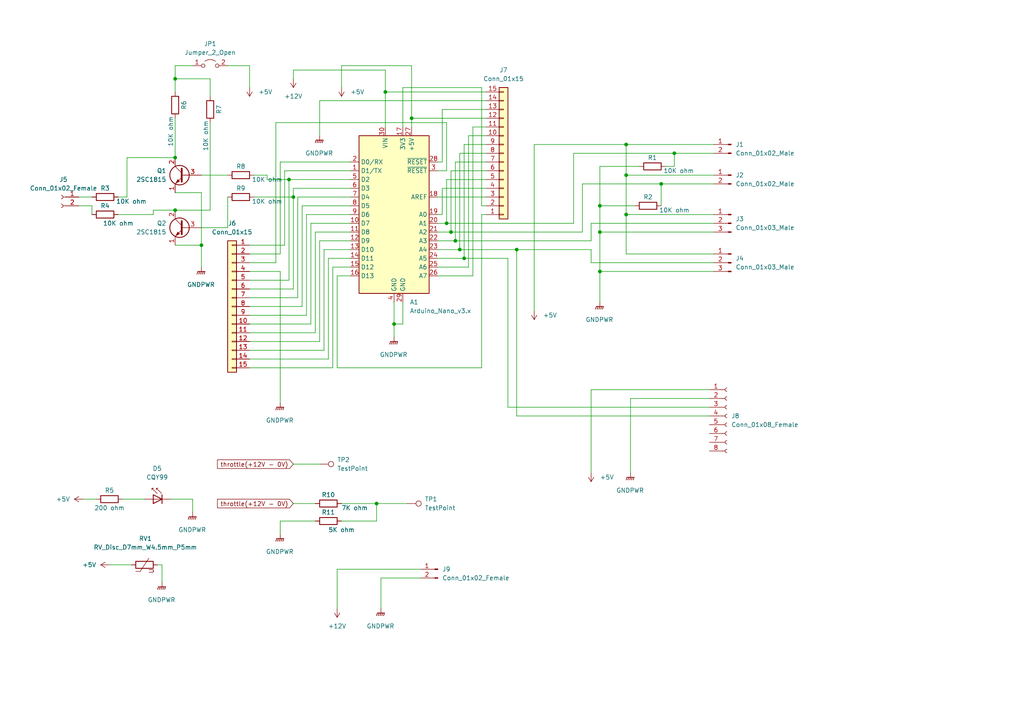
<source format=kicad_sch>
(kicad_sch (version 20211123) (generator eeschema)
  (paper "A4")
  (lib_symbols
    (symbol "Connector:Conn_01x02_Female" (pin_names (offset 1.016) hide)
      (property "Reference" "J" (at 0 2.54 0))
      (property "Value" "Conn_01x02_Female" (at 0 -5.08 0))
      (symbol "Conn_01x02_Female_1_1"
        (arc (start 0 -2.032) (mid -0.508 -2.54) (end 0 -3.048) (stroke (width 0.1524)))
        (polyline (pts (xy -1.27 -2.54) (xy -0.508 -2.54)) (stroke (width 0.1524)))
        (polyline (pts (xy -1.27 0) (xy -0.508 0)) (stroke (width 0.1524)))
        (arc (start 0 0.508) (mid -0.508 0) (end 0 -0.508) (stroke (width 0.1524)))
        (pin passive line (at -5.08 0 0) (length 3.81) (name "Pin_1") (number "1"))
        (pin passive line (at -5.08 -2.54 0) (length 3.81) (name "Pin_2") (number "2"))
      )
    )
    (symbol "Connector:Conn_01x02_Male" (pin_names (offset 1.016) hide)
      (property "Reference" "J" (at 0 2.54 0))
      (property "Value" "Conn_01x02_Male" (at 0 -5.08 0))
      (symbol "Conn_01x02_Male_1_1"
        (polyline (pts (xy 1.27 -2.54) (xy 0.8636 -2.54)) (stroke (width 0.1524)))
        (polyline (pts (xy 1.27 0) (xy 0.8636 0)) (stroke (width 0.1524)))
        (rectangle (start 0.8636 -2.413) (end 0 -2.667) (stroke (width 0.1524)) (fill (type outline)))
        (rectangle (start 0.8636 0.127) (end 0 -0.127) (stroke (width 0.1524)) (fill (type outline)))
        (pin passive line (at 5.08 0 180) (length 3.81) (name "Pin_1") (number "1"))
        (pin passive line (at 5.08 -2.54 180) (length 3.81) (name "Pin_2") (number "2"))
      )
    )
    (symbol "Connector:Conn_01x03_Male" (pin_names (offset 1.016) hide)
      (property "Reference" "J" (at 0 5.08 0))
      (property "Value" "Conn_01x03_Male" (at 0 -5.08 0))
      (symbol "Conn_01x03_Male_1_1"
        (polyline (pts (xy 1.27 -2.54) (xy 0.8636 -2.54)) (stroke (width 0.1524)))
        (polyline (pts (xy 1.27 0) (xy 0.8636 0)) (stroke (width 0.1524)))
        (polyline (pts (xy 1.27 2.54) (xy 0.8636 2.54)) (stroke (width 0.1524)))
        (rectangle (start 0.8636 -2.413) (end 0 -2.667) (stroke (width 0.1524)) (fill (type outline)))
        (rectangle (start 0.8636 0.127) (end 0 -0.127) (stroke (width 0.1524)) (fill (type outline)))
        (rectangle (start 0.8636 2.667) (end 0 2.413) (stroke (width 0.1524)) (fill (type outline)))
        (pin passive line (at 5.08 2.54 180) (length 3.81) (name "Pin_1") (number "1"))
        (pin passive line (at 5.08 0 180) (length 3.81) (name "Pin_2") (number "2"))
        (pin passive line (at 5.08 -2.54 180) (length 3.81) (name "Pin_3") (number "3"))
      )
    )
    (symbol "Connector:Conn_01x08_Female" (pin_names (offset 1.016) hide)
      (property "Reference" "J" (at 0 10.16 0))
      (property "Value" "Conn_01x08_Female" (at 0 -12.7 0))
      (symbol "Conn_01x08_Female_1_1"
        (arc (start 0 -9.652) (mid -0.508 -10.16) (end 0 -10.668) (stroke (width 0.1524)))
        (arc (start 0 -7.112) (mid -0.508 -7.62) (end 0 -8.128) (stroke (width 0.1524)))
        (arc (start 0 -4.572) (mid -0.508 -5.08) (end 0 -5.588) (stroke (width 0.1524)))
        (arc (start 0 -2.032) (mid -0.508 -2.54) (end 0 -3.048) (stroke (width 0.1524)))
        (polyline (pts (xy -1.27 -10.16) (xy -0.508 -10.16)) (stroke (width 0.1524)))
        (polyline (pts (xy -1.27 -7.62) (xy -0.508 -7.62)) (stroke (width 0.1524)))
        (polyline (pts (xy -1.27 -5.08) (xy -0.508 -5.08)) (stroke (width 0.1524)))
        (polyline (pts (xy -1.27 -2.54) (xy -0.508 -2.54)) (stroke (width 0.1524)))
        (polyline (pts (xy -1.27 0) (xy -0.508 0)) (stroke (width 0.1524)))
        (polyline (pts (xy -1.27 2.54) (xy -0.508 2.54)) (stroke (width 0.1524)))
        (polyline (pts (xy -1.27 5.08) (xy -0.508 5.08)) (stroke (width 0.1524)))
        (polyline (pts (xy -1.27 7.62) (xy -0.508 7.62)) (stroke (width 0.1524)))
        (arc (start 0 0.508) (mid -0.508 0) (end 0 -0.508) (stroke (width 0.1524)))
        (arc (start 0 3.048) (mid -0.508 2.54) (end 0 2.032) (stroke (width 0.1524)))
        (arc (start 0 5.588) (mid -0.508 5.08) (end 0 4.572) (stroke (width 0.1524)))
        (arc (start 0 8.128) (mid -0.508 7.62) (end 0 7.112) (stroke (width 0.1524)))
        (pin passive line (at -5.08 7.62 0) (length 3.81) (name "Pin_1") (number "1"))
        (pin passive line (at -5.08 5.08 0) (length 3.81) (name "Pin_2") (number "2"))
        (pin passive line (at -5.08 2.54 0) (length 3.81) (name "Pin_3") (number "3"))
        (pin passive line (at -5.08 0 0) (length 3.81) (name "Pin_4") (number "4"))
        (pin passive line (at -5.08 -2.54 0) (length 3.81) (name "Pin_5") (number "5"))
        (pin passive line (at -5.08 -5.08 0) (length 3.81) (name "Pin_6") (number "6"))
        (pin passive line (at -5.08 -7.62 0) (length 3.81) (name "Pin_7") (number "7"))
        (pin passive line (at -5.08 -10.16 0) (length 3.81) (name "Pin_8") (number "8"))
      )
    )
    (symbol "Connector:TestPoint" (pin_numbers hide) (pin_names (offset 0.762) hide)
      (property "Reference" "TP" (at 0 6.858 0))
      (property "Value" "TestPoint" (at 0 5.08 0))
      (symbol "TestPoint_0_1"
        (circle (center 0 3.302) (radius 0.762))
      )
      (symbol "TestPoint_1_1"
        (pin passive line (at 0 0 90) (length 2.54) (name "1") (number "1"))
      )
    )
    (symbol "Connector_Generic:Conn_01x15" (pin_names (offset 1.016) hide)
      (property "Reference" "J" (at 0 20.32 0))
      (property "Value" "Conn_01x15" (at 0 -20.32 0))
      (symbol "Conn_01x15_1_1"
        (rectangle (start -1.27 -17.653) (end 0 -17.907) (stroke (width 0.1524)))
        (rectangle (start -1.27 -15.113) (end 0 -15.367) (stroke (width 0.1524)))
        (rectangle (start -1.27 -12.573) (end 0 -12.827) (stroke (width 0.1524)))
        (rectangle (start -1.27 -10.033) (end 0 -10.287) (stroke (width 0.1524)))
        (rectangle (start -1.27 -7.493) (end 0 -7.747) (stroke (width 0.1524)))
        (rectangle (start -1.27 -4.953) (end 0 -5.207) (stroke (width 0.1524)))
        (rectangle (start -1.27 -2.413) (end 0 -2.667) (stroke (width 0.1524)))
        (rectangle (start -1.27 0.127) (end 0 -0.127) (stroke (width 0.1524)))
        (rectangle (start -1.27 2.667) (end 0 2.413) (stroke (width 0.1524)))
        (rectangle (start -1.27 5.207) (end 0 4.953) (stroke (width 0.1524)))
        (rectangle (start -1.27 7.747) (end 0 7.493) (stroke (width 0.1524)))
        (rectangle (start -1.27 10.287) (end 0 10.033) (stroke (width 0.1524)))
        (rectangle (start -1.27 12.827) (end 0 12.573) (stroke (width 0.1524)))
        (rectangle (start -1.27 15.367) (end 0 15.113) (stroke (width 0.1524)))
        (rectangle (start -1.27 17.907) (end 0 17.653) (stroke (width 0.1524)))
        (rectangle (start -1.27 19.05) (end 1.27 -19.05) (stroke (width 0.254)) (fill (type background)))
        (pin passive line (at -5.08 17.78 0) (length 3.81) (name "Pin_1") (number "1"))
        (pin passive line (at -5.08 -5.08 0) (length 3.81) (name "Pin_10") (number "10"))
        (pin passive line (at -5.08 -7.62 0) (length 3.81) (name "Pin_11") (number "11"))
        (pin passive line (at -5.08 -10.16 0) (length 3.81) (name "Pin_12") (number "12"))
        (pin passive line (at -5.08 -12.7 0) (length 3.81) (name "Pin_13") (number "13"))
        (pin passive line (at -5.08 -15.24 0) (length 3.81) (name "Pin_14") (number "14"))
        (pin passive line (at -5.08 -17.78 0) (length 3.81) (name "Pin_15") (number "15"))
        (pin passive line (at -5.08 15.24 0) (length 3.81) (name "Pin_2") (number "2"))
        (pin passive line (at -5.08 12.7 0) (length 3.81) (name "Pin_3") (number "3"))
        (pin passive line (at -5.08 10.16 0) (length 3.81) (name "Pin_4") (number "4"))
        (pin passive line (at -5.08 7.62 0) (length 3.81) (name "Pin_5") (number "5"))
        (pin passive line (at -5.08 5.08 0) (length 3.81) (name "Pin_6") (number "6"))
        (pin passive line (at -5.08 2.54 0) (length 3.81) (name "Pin_7") (number "7"))
        (pin passive line (at -5.08 0 0) (length 3.81) (name "Pin_8") (number "8"))
        (pin passive line (at -5.08 -2.54 0) (length 3.81) (name "Pin_9") (number "9"))
      )
    )
    (symbol "Device:R" (pin_numbers hide) (pin_names (offset 0))
      (property "Reference" "R" (at 2.032 0 90))
      (property "Value" "R" (at 0 0 90))
      (symbol "R_0_1"
        (rectangle (start -1.016 -2.54) (end 1.016 2.54) (stroke (width 0.254)))
      )
      (symbol "R_1_1"
        (pin passive line (at 0 3.81 270) (length 1.27) (name "~") (number "1"))
        (pin passive line (at 0 -3.81 90) (length 1.27) (name "~") (number "2"))
      )
    )
    (symbol "Device:Varistor" (pin_numbers hide) (pin_names (offset 0))
      (property "Reference" "RV" (at 3.175 0 90))
      (property "Value" "Varistor" (at -3.175 0 90))
      (symbol "Varistor_0_0"
        (text "U" (at -1.778 -2.032 0) (effects (font (size 1.27 1.27))))
      )
      (symbol "Varistor_0_1"
        (rectangle (start -1.016 -2.54) (end 1.016 2.54) (stroke (width 0.254)))
        (polyline (pts (xy -1.905 2.54) (xy -1.905 1.27) (xy 1.905 -1.27)))
      )
      (symbol "Varistor_1_1"
        (pin passive line (at 0 3.81 270) (length 1.27) (name "~") (number "1"))
        (pin passive line (at 0 -3.81 90) (length 1.27) (name "~") (number "2"))
      )
    )
    (symbol "Jumper:Jumper_2_Open" (pin_names (offset 0) hide)
      (property "Reference" "JP" (at 0 2.794 0))
      (property "Value" "Jumper_2_Open" (at 0 -2.286 0))
      (symbol "Jumper_2_Open_0_0"
        (circle (center -2.032 0) (radius 0.508))
        (circle (center 2.032 0) (radius 0.508))
      )
      (symbol "Jumper_2_Open_0_1"
        (arc (start 1.524 1.27) (mid 0 1.778) (end -1.524 1.27))
      )
      (symbol "Jumper_2_Open_1_1"
        (pin passive line (at -5.08 0 0) (length 2.54) (name "A") (number "1"))
        (pin passive line (at 5.08 0 180) (length 2.54) (name "B") (number "2"))
      )
    )
    (symbol "LED:CQY99" (pin_numbers hide) (pin_names (offset 1.016) hide)
      (property "Reference" "D" (at 0.508 1.778 0))
      (property "Value" "CQY99" (at -1.016 -2.794 0))
      (symbol "CQY99_0_1"
        (polyline (pts (xy -2.54 1.27) (xy -2.54 -1.27)) (stroke (width 0.254)))
        (polyline (pts (xy 0 0) (xy -2.54 0)))
        (polyline (pts (xy 0.381 3.175) (xy -0.127 3.175)))
        (polyline (pts (xy -1.143 1.651) (xy 0.381 3.175) (xy 0.381 2.667)))
        (polyline (pts (xy 0 -1.27) (xy -2.54 0) (xy 0 1.27) (xy 0 -1.27)) (stroke (width 0.254)))
        (polyline (pts (xy -2.413 1.651) (xy -0.889 3.175) (xy -0.889 2.667) (xy -0.889 3.175) (xy -1.397 3.175)))
      )
      (symbol "CQY99_1_1"
        (pin passive line (at -5.08 0 0) (length 2.54) (name "K") (number "1"))
        (pin passive line (at 2.54 0 180) (length 2.54) (name "A") (number "2"))
      )
    )
    (symbol "MCU_Module:Arduino_Nano_v3.x"
      (property "Reference" "A" (at -10.16 23.495 0))
      (property "Value" "Arduino_Nano_v3.x" (at 5.08 -24.13 0))
      (symbol "Arduino_Nano_v3.x_0_1"
        (rectangle (start -10.16 22.86) (end 10.16 -22.86) (stroke (width 0.254)) (fill (type background)))
      )
      (symbol "Arduino_Nano_v3.x_1_1"
        (pin bidirectional line (at -12.7 12.7 0) (length 2.54) (name "D1/TX") (number "1"))
        (pin bidirectional line (at -12.7 -2.54 0) (length 2.54) (name "D7") (number "10"))
        (pin bidirectional line (at -12.7 -5.08 0) (length 2.54) (name "D8") (number "11"))
        (pin bidirectional line (at -12.7 -7.62 0) (length 2.54) (name "D9") (number "12"))
        (pin bidirectional line (at -12.7 -10.16 0) (length 2.54) (name "D10") (number "13"))
        (pin bidirectional line (at -12.7 -12.7 0) (length 2.54) (name "D11") (number "14"))
        (pin bidirectional line (at -12.7 -15.24 0) (length 2.54) (name "D12") (number "15"))
        (pin bidirectional line (at -12.7 -17.78 0) (length 2.54) (name "D13") (number "16"))
        (pin power_out line (at 2.54 25.4 270) (length 2.54) (name "3V3") (number "17"))
        (pin input line (at 12.7 5.08 180) (length 2.54) (name "AREF") (number "18"))
        (pin bidirectional line (at 12.7 0 180) (length 2.54) (name "A0") (number "19"))
        (pin bidirectional line (at -12.7 15.24 0) (length 2.54) (name "D0/RX") (number "2"))
        (pin bidirectional line (at 12.7 -2.54 180) (length 2.54) (name "A1") (number "20"))
        (pin bidirectional line (at 12.7 -5.08 180) (length 2.54) (name "A2") (number "21"))
        (pin bidirectional line (at 12.7 -7.62 180) (length 2.54) (name "A3") (number "22"))
        (pin bidirectional line (at 12.7 -10.16 180) (length 2.54) (name "A4") (number "23"))
        (pin bidirectional line (at 12.7 -12.7 180) (length 2.54) (name "A5") (number "24"))
        (pin bidirectional line (at 12.7 -15.24 180) (length 2.54) (name "A6") (number "25"))
        (pin bidirectional line (at 12.7 -17.78 180) (length 2.54) (name "A7") (number "26"))
        (pin power_out line (at 5.08 25.4 270) (length 2.54) (name "+5V") (number "27"))
        (pin input line (at 12.7 15.24 180) (length 2.54) (name "~{RESET}") (number "28"))
        (pin power_in line (at 2.54 -25.4 90) (length 2.54) (name "GND") (number "29"))
        (pin input line (at 12.7 12.7 180) (length 2.54) (name "~{RESET}") (number "3"))
        (pin power_in line (at -2.54 25.4 270) (length 2.54) (name "VIN") (number "30"))
        (pin power_in line (at 0 -25.4 90) (length 2.54) (name "GND") (number "4"))
        (pin bidirectional line (at -12.7 10.16 0) (length 2.54) (name "D2") (number "5"))
        (pin bidirectional line (at -12.7 7.62 0) (length 2.54) (name "D3") (number "6"))
        (pin bidirectional line (at -12.7 5.08 0) (length 2.54) (name "D4") (number "7"))
        (pin bidirectional line (at -12.7 2.54 0) (length 2.54) (name "D5") (number "8"))
        (pin bidirectional line (at -12.7 0 0) (length 2.54) (name "D6") (number "9"))
      )
    )
    (symbol "Transistor_BJT:2SC1815" (pin_names (offset 0) hide)
      (property "Reference" "Q" (at 5.08 1.905 0))
      (property "Value" "2SC1815" (at 5.08 0 0))
      (symbol "2SC1815_0_1"
        (polyline (pts (xy 0 0) (xy 0.508 0)))
        (polyline (pts (xy 0.635 0.635) (xy 2.54 2.54)))
        (polyline (pts (xy 0.635 -0.635) (xy 2.54 -2.54) (xy 2.54 -2.54)))
        (polyline (pts (xy 0.635 1.905) (xy 0.635 -1.905) (xy 0.635 -1.905)) (stroke (width 0.508)))
        (polyline (pts (xy 1.27 -1.778) (xy 1.778 -1.27) (xy 2.286 -2.286) (xy 1.27 -1.778) (xy 1.27 -1.778)) (fill (type outline)))
        (circle (center 1.27 0) (radius 2.8194) (stroke (width 0.254)))
      )
      (symbol "2SC1815_1_1"
        (pin passive line (at 2.54 -5.08 90) (length 2.54) (name "E") (number "1"))
        (pin passive line (at 2.54 5.08 270) (length 2.54) (name "C") (number "2"))
        (pin input line (at -5.08 0 0) (length 5.08) (name "B") (number "3"))
      )
    )
    (symbol "power:+12V" (power) (pin_names (offset 0))
      (property "Value" "+12V" (at 0 3.556 0))
      (symbol "+12V_0_1"
        (polyline (pts (xy -0.762 1.27) (xy 0 2.54)))
        (polyline (pts (xy 0 0) (xy 0 2.54)))
        (polyline (pts (xy 0 2.54) (xy 0.762 1.27)))
      )
      (symbol "+12V_1_1"
        (pin power_in line (at 0 0 90) (length 0) hide (name "+12V") (number "1"))
      )
    )
    (symbol "power:+5V" (power) (pin_names (offset 0))
      (property "Value" "+5V" (at 0 3.556 0))
      (symbol "+5V_0_1"
        (polyline (pts (xy -0.762 1.27) (xy 0 2.54)))
        (polyline (pts (xy 0 0) (xy 0 2.54)))
        (polyline (pts (xy 0 2.54) (xy 0.762 1.27)))
      )
      (symbol "+5V_1_1"
        (pin power_in line (at 0 0 90) (length 0) hide (name "+5V") (number "1"))
      )
    )
    (symbol "power:GNDPWR" (power) (pin_names (offset 0))
      (property "Value" "GNDPWR" (at 0 -3.302 0))
      (symbol "GNDPWR_0_1"
        (polyline (pts (xy 0 -1.27) (xy 0 0)))
        (polyline (pts (xy -1.016 -1.27) (xy -1.27 -2.032) (xy -1.27 -2.032)) (stroke (width 0.2032)))
        (polyline (pts (xy -0.508 -1.27) (xy -0.762 -2.032) (xy -0.762 -2.032)) (stroke (width 0.2032)))
        (polyline (pts (xy 0 -1.27) (xy -0.254 -2.032) (xy -0.254 -2.032)) (stroke (width 0.2032)))
        (polyline (pts (xy 0.508 -1.27) (xy 0.254 -2.032) (xy 0.254 -2.032)) (stroke (width 0.2032)))
        (polyline (pts (xy 1.016 -1.27) (xy -1.016 -1.27) (xy -1.016 -1.27)) (stroke (width 0.2032)))
        (polyline (pts (xy 1.016 -1.27) (xy 0.762 -2.032) (xy 0.762 -2.032) (xy 0.762 -2.032)) (stroke (width 0.2032)))
      )
      (symbol "GNDPWR_1_1"
        (pin power_in line (at 0 0 270) (length 0) hide (name "GNDPWR") (number "1"))
      )
    )
  )
  (junction (at 130.81 67.31))
  (junction (at 109.22 146.05))
  (junction (at 85.09 57.15))
  (junction (at 191.77 53.34))
  (junction (at 173.99 59.69))
  (junction (at 50.8 22.86))
  (junction (at 58.42 71.12))
  (junction (at 173.99 78.74))
  (junction (at 149.86 72.39))
  (junction (at 195.58 44.45))
  (junction (at 132.08 69.85))
  (junction (at 181.61 41.91))
  (junction (at 83.82 52.07))
  (junction (at 111.76 26.67))
  (junction (at 133.35 72.39))
  (junction (at 173.99 67.31))
  (junction (at 114.3 93.98))
  (junction (at 129.54 64.77))
  (junction (at 181.61 50.8))
  (junction (at 134.62 74.93))
  (junction (at 50.8 45.72))
  (junction (at 181.61 62.23))
  (junction (at 119.38 34.29))
  (junction (at 50.8 60.96))
  (wire (pts (xy 72.39 78.74) (xy 81.28 78.74)))
  (wire (pts (xy 81.28 78.74) (xy 81.28 116.84)))
  (wire (pts (xy 81.28 73.66) (xy 81.28 46.99)))
  (wire (pts (xy 154.94 41.91) (xy 154.94 90.17)))
  (wire (pts (xy 128.27 62.23) (xy 127 62.23)))
  (wire (pts (xy 129.54 64.77) (xy 166.37 64.77)))
  (wire (pts (xy 207.01 67.31) (xy 173.99 67.31)))
  (wire (pts (xy 139.7 62.23) (xy 140.97 62.23)))
  (wire (pts (xy 45.72 163.83) (xy 46.99 163.83)))
  (wire (pts (xy 91.44 151.13) (xy 81.28 151.13)))
  (wire (pts (xy 119.38 34.29) (xy 140.97 34.29)))
  (wire (pts (xy 110.49 176.53) (xy 110.49 167.64)))
  (wire (pts (xy 116.84 25.4) (xy 139.7 25.4)))
  (wire (pts (xy 55.88 144.78) (xy 55.88 148.59)))
  (wire (pts (xy 85.09 54.61) (xy 101.6 54.61)))
  (wire (pts (xy 195.58 44.45) (xy 166.37 44.45)))
  (wire (pts (xy 109.22 146.05) (xy 99.06 146.05)))
  (wire (pts (xy 85.09 83.82) (xy 72.39 83.82)))
  (wire (pts (xy 139.7 59.69) (xy 140.97 59.69)))
  (wire (pts (xy 66.04 19.05) (xy 72.39 19.05)))
  (wire (pts (xy 207.01 62.23) (xy 181.61 62.23)))
  (wire (pts (xy 101.6 80.01) (xy 97.79 80.01)))
  (wire (pts (xy 114.3 97.79) (xy 114.3 93.98)))
  (wire (pts (xy 77.47 50.8) (xy 77.47 52.07)))
  (wire (pts (xy 36.83 45.72) (xy 50.8 45.72)))
  (wire (pts (xy 99.06 19.05) (xy 119.38 19.05)))
  (wire (pts (xy 85.09 54.61) (xy 85.09 57.15)))
  (wire (pts (xy 83.82 52.07) (xy 101.6 52.07)))
  (wire (pts (xy 82.55 71.12) (xy 72.39 71.12)))
  (wire (pts (xy 181.61 62.23) (xy 181.61 50.8)))
  (wire (pts (xy 91.44 67.31) (xy 91.44 96.52)))
  (wire (pts (xy 50.8 71.12) (xy 58.42 71.12)))
  (wire (pts (xy 119.38 19.05) (xy 119.38 34.29)))
  (wire (pts (xy 205.74 120.65) (xy 149.86 120.65)))
  (wire (pts (xy 114.3 93.98) (xy 116.84 93.98)))
  (wire (pts (xy 60.96 60.96) (xy 50.8 60.96)))
  (wire (pts (xy 87.63 88.9) (xy 72.39 88.9)))
  (wire (pts (xy 88.9 62.23) (xy 88.9 91.44)))
  (wire (pts (xy 66.04 57.15) (xy 66.04 66.04)))
  (wire (pts (xy 135.89 39.37) (xy 140.97 39.37)))
  (wire (pts (xy 128.27 31.75) (xy 128.27 46.99)))
  (wire (pts (xy 134.62 74.93) (xy 134.62 41.91)))
  (wire (pts (xy 110.49 167.64) (xy 121.92 167.64)))
  (wire (pts (xy 50.8 34.29) (xy 50.8 45.72)))
  (wire (pts (xy 129.54 64.77) (xy 129.54 52.07)))
  (wire (pts (xy 128.27 46.99) (xy 127 46.99)))
  (wire (pts (xy 127 67.31) (xy 130.81 67.31)))
  (wire (pts (xy 114.3 93.98) (xy 114.3 87.63)))
  (wire (pts (xy 101.6 59.69) (xy 87.63 59.69)))
  (wire (pts (xy 171.45 113.03) (xy 171.45 137.16)))
  (wire (pts (xy 127 57.15) (xy 140.97 57.15)))
  (wire (pts (xy 101.6 49.53) (xy 82.55 49.53)))
  (wire (pts (xy 85.09 57.15) (xy 85.09 83.82)))
  (wire (pts (xy 205.74 115.57) (xy 182.88 115.57)))
  (wire (pts (xy 101.6 64.77) (xy 90.17 64.77)))
  (wire (pts (xy 101.6 72.39) (xy 93.98 72.39)))
  (wire (pts (xy 96.52 106.68) (xy 72.39 106.68)))
  (wire (pts (xy 116.84 87.63) (xy 116.84 93.98)))
  (wire (pts (xy 72.39 76.2) (xy 80.01 76.2)))
  (wire (pts (xy 83.82 81.28) (xy 72.39 81.28)))
  (wire (pts (xy 137.16 36.83) (xy 140.97 36.83)))
  (wire (pts (xy 81.28 46.99) (xy 101.6 46.99)))
  (wire (pts (xy 97.79 106.68) (xy 139.7 106.68)))
  (wire (pts (xy 135.89 77.47) (xy 135.89 39.37)))
  (wire (pts (xy 127 72.39) (xy 133.35 72.39)))
  (wire (pts (xy 140.97 54.61) (xy 128.27 54.61)))
  (wire (pts (xy 82.55 49.53) (xy 82.55 71.12)))
  (wire (pts (xy 173.99 59.69) (xy 173.99 67.31)))
  (wire (pts (xy 50.8 26.67) (xy 50.8 22.86)))
  (wire (pts (xy 85.09 146.05) (xy 91.44 146.05)))
  (wire (pts (xy 139.7 25.4) (xy 139.7 59.69)))
  (wire (pts (xy 127 64.77) (xy 129.54 64.77)))
  (wire (pts (xy 109.22 146.05) (xy 118.11 146.05)))
  (wire (pts (xy 73.66 50.8) (xy 77.47 50.8)))
  (wire (pts (xy 72.39 19.05) (xy 72.39 25.4)))
  (wire (pts (xy 36.83 57.15) (xy 36.83 45.72)))
  (wire (pts (xy 111.76 26.67) (xy 140.97 26.67)))
  (wire (pts (xy 149.86 72.39) (xy 171.45 72.39)))
  (wire (pts (xy 168.91 67.31) (xy 168.91 53.34)))
  (wire (pts (xy 205.74 118.11) (xy 147.32 118.11)))
  (wire (pts (xy 58.42 50.8) (xy 66.04 50.8)))
  (wire (pts (xy 50.8 22.86) (xy 60.96 22.86)))
  (wire (pts (xy 139.7 106.68) (xy 139.7 62.23)))
  (wire (pts (xy 22.86 59.69) (xy 26.67 59.69)))
  (wire (pts (xy 83.82 52.07) (xy 83.82 81.28)))
  (wire (pts (xy 90.17 64.77) (xy 90.17 93.98)))
  (wire (pts (xy 129.54 35.56) (xy 129.54 49.53)))
  (wire (pts (xy 133.35 72.39) (xy 133.35 44.45)))
  (wire (pts (xy 154.94 41.91) (xy 181.61 41.91)))
  (wire (pts (xy 128.27 54.61) (xy 128.27 62.23)))
  (wire (pts (xy 182.88 115.57) (xy 182.88 137.16)))
  (wire (pts (xy 81.28 151.13) (xy 81.28 154.94)))
  (wire (pts (xy 50.8 19.05) (xy 50.8 22.86)))
  (wire (pts (xy 58.42 55.88) (xy 58.42 71.12)))
  (wire (pts (xy 134.62 41.91) (xy 140.97 41.91)))
  (wire (pts (xy 173.99 78.74) (xy 207.01 78.74)))
  (wire (pts (xy 171.45 76.2) (xy 207.01 76.2)))
  (wire (pts (xy 171.45 64.77) (xy 171.45 69.85)))
  (wire (pts (xy 166.37 44.45) (xy 166.37 64.77)))
  (wire (pts (xy 58.42 77.47) (xy 58.42 71.12)))
  (wire (pts (xy 132.08 69.85) (xy 132.08 46.99)))
  (wire (pts (xy 134.62 74.93) (xy 147.32 74.93)))
  (wire (pts (xy 55.88 144.78) (xy 49.53 144.78)))
  (wire (pts (xy 101.6 77.47) (xy 96.52 77.47)))
  (wire (pts (xy 88.9 91.44) (xy 72.39 91.44)))
  (wire (pts (xy 173.99 48.26) (xy 173.99 59.69)))
  (wire (pts (xy 129.54 49.53) (xy 127 49.53)))
  (wire (pts (xy 111.76 36.83) (xy 111.76 26.67)))
  (wire (pts (xy 31.75 163.83) (xy 38.1 163.83)))
  (wire (pts (xy 92.71 69.85) (xy 92.71 99.06)))
  (wire (pts (xy 101.6 67.31) (xy 91.44 67.31)))
  (wire (pts (xy 90.17 93.98) (xy 72.39 93.98)))
  (wire (pts (xy 130.81 67.31) (xy 168.91 67.31)))
  (wire (pts (xy 191.77 53.34) (xy 207.01 53.34)))
  (wire (pts (xy 91.44 96.52) (xy 72.39 96.52)))
  (wire (pts (xy 77.47 52.07) (xy 83.82 52.07)))
  (wire (pts (xy 95.25 74.93) (xy 95.25 104.14)))
  (wire (pts (xy 130.81 67.31) (xy 130.81 49.53)))
  (wire (pts (xy 101.6 69.85) (xy 92.71 69.85)))
  (wire (pts (xy 191.77 53.34) (xy 191.77 59.69)))
  (wire (pts (xy 140.97 31.75) (xy 128.27 31.75)))
  (wire (pts (xy 26.67 59.69) (xy 26.67 62.23)))
  (wire (pts (xy 22.86 57.15) (xy 26.67 57.15)))
  (wire (pts (xy 137.16 80.01) (xy 137.16 36.83)))
  (wire (pts (xy 96.52 77.47) (xy 96.52 106.68)))
  (wire (pts (xy 101.6 74.93) (xy 95.25 74.93)))
  (wire (pts (xy 207.01 41.91) (xy 181.61 41.91)))
  (wire (pts (xy 181.61 41.91) (xy 181.61 50.8)))
  (wire (pts (xy 207.01 44.45) (xy 195.58 44.45)))
  (wire (pts (xy 207.01 50.8) (xy 181.61 50.8)))
  (wire (pts (xy 34.29 62.23) (xy 44.45 62.23)))
  (wire (pts (xy 132.08 69.85) (xy 127 69.85)))
  (wire (pts (xy 119.38 34.29) (xy 119.38 36.83)))
  (wire (pts (xy 60.96 22.86) (xy 60.96 27.94)))
  (wire (pts (xy 171.45 69.85) (xy 132.08 69.85)))
  (wire (pts (xy 171.45 72.39) (xy 171.45 76.2)))
  (wire (pts (xy 99.06 19.05) (xy 99.06 25.4)))
  (wire (pts (xy 72.39 73.66) (xy 81.28 73.66)))
  (wire (pts (xy 46.99 163.83) (xy 46.99 168.91)))
  (wire (pts (xy 92.71 29.21) (xy 140.97 29.21)))
  (wire (pts (xy 147.32 118.11) (xy 147.32 74.93)))
  (wire (pts (xy 127 77.47) (xy 135.89 77.47)))
  (wire (pts (xy 85.09 20.32) (xy 85.09 22.86)))
  (wire (pts (xy 133.35 72.39) (xy 149.86 72.39)))
  (wire (pts (xy 24.13 144.78) (xy 27.94 144.78)))
  (wire (pts (xy 111.76 20.32) (xy 85.09 20.32)))
  (wire (pts (xy 173.99 67.31) (xy 173.99 78.74)))
  (wire (pts (xy 87.63 59.69) (xy 87.63 88.9)))
  (wire (pts (xy 109.22 151.13) (xy 109.22 146.05)))
  (wire (pts (xy 195.58 48.26) (xy 195.58 44.45)))
  (wire (pts (xy 99.06 151.13) (xy 109.22 151.13)))
  (wire (pts (xy 205.74 113.03) (xy 171.45 113.03)))
  (wire (pts (xy 73.66 57.15) (xy 85.09 57.15)))
  (wire (pts (xy 92.71 99.06) (xy 72.39 99.06)))
  (wire (pts (xy 92.71 29.21) (xy 92.71 39.37)))
  (wire (pts (xy 207.01 73.66) (xy 181.61 73.66)))
  (wire (pts (xy 80.01 35.56) (xy 129.54 35.56)))
  (wire (pts (xy 55.88 19.05) (xy 50.8 19.05)))
  (wire (pts (xy 93.98 101.6) (xy 72.39 101.6)))
  (wire (pts (xy 86.36 57.15) (xy 86.36 86.36)))
  (wire (pts (xy 173.99 87.63) (xy 173.99 78.74)))
  (wire (pts (xy 34.29 57.15) (xy 36.83 57.15)))
  (wire (pts (xy 97.79 176.53) (xy 97.79 165.1)))
  (wire (pts (xy 97.79 80.01) (xy 97.79 106.68)))
  (wire (pts (xy 193.04 48.26) (xy 195.58 48.26)))
  (wire (pts (xy 111.76 26.67) (xy 111.76 20.32)))
  (wire (pts (xy 44.45 62.23) (xy 44.45 60.96)))
  (wire (pts (xy 97.79 165.1) (xy 121.92 165.1)))
  (wire (pts (xy 168.91 53.34) (xy 191.77 53.34)))
  (wire (pts (xy 149.86 120.65) (xy 149.86 72.39)))
  (wire (pts (xy 185.42 48.26) (xy 173.99 48.26)))
  (wire (pts (xy 60.96 35.56) (xy 60.96 60.96)))
  (wire (pts (xy 35.56 144.78) (xy 41.91 144.78)))
  (wire (pts (xy 95.25 104.14) (xy 72.39 104.14)))
  (wire (pts (xy 116.84 36.83) (xy 116.84 25.4)))
  (wire (pts (xy 132.08 46.99) (xy 140.97 46.99)))
  (wire (pts (xy 80.01 76.2) (xy 80.01 35.56)))
  (wire (pts (xy 181.61 73.66) (xy 181.61 62.23)))
  (wire (pts (xy 44.45 60.96) (xy 50.8 60.96)))
  (wire (pts (xy 85.09 134.62) (xy 92.71 134.62)))
  (wire (pts (xy 93.98 72.39) (xy 93.98 101.6)))
  (wire (pts (xy 127 80.01) (xy 137.16 80.01)))
  (wire (pts (xy 129.54 52.07) (xy 140.97 52.07)))
  (wire (pts (xy 101.6 62.23) (xy 88.9 62.23)))
  (wire (pts (xy 86.36 86.36) (xy 72.39 86.36)))
  (wire (pts (xy 127 74.93) (xy 134.62 74.93)))
  (wire (pts (xy 58.42 66.04) (xy 66.04 66.04)))
  (wire (pts (xy 133.35 44.45) (xy 140.97 44.45)))
  (wire (pts (xy 130.81 49.53) (xy 140.97 49.53)))
  (wire (pts (xy 101.6 57.15) (xy 86.36 57.15)))
  (wire (pts (xy 207.01 64.77) (xy 171.45 64.77)))
  (wire (pts (xy 58.42 55.88) (xy 50.8 55.88)))
  (wire (pts (xy 173.99 59.69) (xy 184.15 59.69)))
  (global_label "throttle(+12V - 0V)" (shape input) (at 85.09 134.62 180) (property "Intersheet References" "${INTERSHEET_REFS}" (effects hide)))
  (global_label "throttle(+12V - 0V)" (shape input) (at 85.09 146.05 180) (property "Intersheet References" "${INTERSHEET_REFS}" (effects hide)))
  (symbol (lib_id "power:GNDPWR") (at 92.71 39.37 0) (unit 1)
    (property "Reference" "#PWR0113" (effects hide))
    (property "Value" "GNDPWR" (at 92.583 44.45 0))
  )
  (symbol (lib_id "Device:R") (at 30.48 62.23 270) (unit 1)
    (property "Reference" "R4" (at 30.48 59.69 90))
    (property "Value" "10K ohm" (at 34.29 64.77 90))
    (property "Footprint" "Resistor_THT:R_Axial_DIN0204_L3.6mm_D1.6mm_P7.62mm_Horizontal" (effects hide))
  )
  (symbol (lib_id "Connector:Conn_01x02_Male") (at 212.09 50.8 0) (mirror y) (unit 1)
    (property "Reference" "J2" (at 213.36 50.7999 0) (effects (justify right)))
    (property "Value" "Conn_01x02_Male" (at 213.36 53.3399 0) (effects (justify right)))
    (property "Footprint" "Connector_Molex:Molex_SPOX_5268-02A_1x02_P2.50mm_Horizontal" (effects hide))
  )
  (symbol (lib_id "Device:R") (at 31.75 144.78 270) (unit 1)
    (property "Reference" "R5" (at 31.75 142.24 90))
    (property "Value" "200 ohm" (at 31.75 147.32 90))
    (property "Footprint" "Resistor_THT:R_Axial_DIN0204_L3.6mm_D1.6mm_P7.62mm_Horizontal" (effects hide))
  )
  (symbol (lib_id "power:+12V") (at 97.79 176.53 0) (mirror x) (unit 1)
    (property "Reference" "#PWR0117" (effects hide))
    (property "Value" "+12V" (at 97.79 181.61 0))
  )
  (symbol (lib_id "power:GNDPWR") (at 58.42 77.47 0) (unit 1)
    (property "Reference" "#PWR0101" (effects hide))
    (property "Value" "GNDPWR" (at 58.293 82.55 0))
  )
  (symbol (lib_id "Connector:TestPoint") (at 118.11 146.05 270) (unit 1)
    (property "Reference" "TP1" (at 123.19 144.7799 90) (effects (justify left)))
    (property "Value" "TestPoint" (at 123.19 147.3199 90) (effects (justify left)))
    (property "Footprint" "MountingHole:MountingHole_2.2mm_M2_DIN965_Pad" (effects hide))
  )
  (symbol (lib_id "power:+5V") (at 31.75 163.83 90) (unit 1)
    (property "Reference" "#PWR0103" (effects hide))
    (property "Value" "+5V" (at 27.94 163.8299 90) (effects (justify left)))
  )
  (symbol (lib_id "Device:R") (at 95.25 146.05 270) (unit 1)
    (property "Reference" "R10" (at 95.25 143.51 90))
    (property "Value" "7K ohm" (at 102.87 147.32 90))
    (property "Footprint" "Resistor_THT:R_Axial_DIN0204_L3.6mm_D1.6mm_P7.62mm_Horizontal" (effects hide))
  )
  (symbol (lib_id "power:GNDPWR") (at 173.99 87.63 0) (unit 1)
    (property "Reference" "#PWR0109" (effects hide))
    (property "Value" "GNDPWR" (at 173.863 92.71 0))
  )
  (symbol (lib_id "power:+12V") (at 85.09 22.86 0) (mirror x) (unit 1)
    (property "Reference" "#PWR0116" (effects hide))
    (property "Value" "+12V" (at 85.09 27.94 0))
  )
  (symbol (lib_id "Connector:TestPoint") (at 92.71 134.62 270) (unit 1)
    (property "Reference" "TP2" (at 97.79 133.3499 90) (effects (justify left)))
    (property "Value" "TestPoint" (at 97.79 135.8899 90) (effects (justify left)))
    (property "Footprint" "MountingHole:MountingHole_2.2mm_M2_DIN965_Pad" (effects hide))
  )
  (symbol (lib_id "power:GNDPWR") (at 55.88 148.59 0) (unit 1)
    (property "Reference" "#PWR0112" (effects hide))
    (property "Value" "GNDPWR" (at 55.753 153.67 0))
  )
  (symbol (lib_id "Connector:Conn_01x03_Male") (at 212.09 64.77 0) (mirror y) (unit 1)
    (property "Reference" "J3" (at 213.36 63.4999 0) (effects (justify right)))
    (property "Value" "Conn_01x03_Male" (at 213.36 66.0399 0) (effects (justify right)))
    (property "Footprint" "Connector_Molex:Molex_SPOX_5268-03A_1x03_P2.50mm_Horizontal" (effects hide))
  )
  (symbol (lib_id "power:+5V") (at 99.06 25.4 180) (unit 1)
    (property "Reference" "#PWR0106" (effects hide))
    (property "Value" "+5V" (at 101.6 26.6699 0) (effects (justify right)))
  )
  (symbol (lib_id "power:GNDPWR") (at 114.3 97.79 0) (unit 1)
    (property "Reference" "#PWR0105" (effects hide))
    (property "Value" "GNDPWR" (at 114.173 102.87 0))
  )
  (symbol (lib_id "Jumper:Jumper_2_Open") (at 60.96 19.05 0) (unit 1)
    (property "Reference" "JP1" (at 60.96 12.7 0))
    (property "Value" "Jumper_2_Open" (at 60.96 15.24 0))
    (property "Footprint" "Connector_PinHeader_2.54mm:PinHeader_1x02_P2.54mm_Vertical" (effects hide))
  )
  (symbol (lib_id "Device:R") (at 30.48 57.15 270) (unit 1)
    (property "Reference" "R3" (at 30.48 54.61 90))
    (property "Value" "10K ohm" (at 38.1 58.42 90))
    (property "Footprint" "Resistor_THT:R_Axial_DIN0204_L3.6mm_D1.6mm_P7.62mm_Horizontal" (effects hide))
  )
  (symbol (lib_id "LED:CQY99") (at 44.45 144.78 0) (mirror y) (unit 1)
    (property "Reference" "D5" (at 45.593 135.89 0))
    (property "Value" "CQY99" (at 45.593 138.43 0))
    (property "Footprint" "LED_THT:LED_D5.0mm_IRGrey" (effects hide))
    (property "Datasheet" "https://www.prtice.info/IMG/pdf/CQY99.pdf" (effects hide))
  )
  (symbol (lib_id "Connector_Generic:Conn_01x15") (at 67.31 88.9 0) (mirror y) (unit 1)
    (property "Reference" "J6" (at 67.31 64.77 0))
    (property "Value" "Conn_01x15" (at 67.31 67.31 0))
    (property "Footprint" "Connector_PinSocket_2.54mm:PinSocket_1x15_P2.54mm_Vertical" (effects hide))
  )
  (symbol (lib_id "power:GNDPWR") (at 182.88 137.16 0) (unit 1)
    (property "Reference" "#PWR0108" (effects hide))
    (property "Value" "GNDPWR" (at 182.753 142.24 0))
  )
  (symbol (lib_id "Device:R") (at 60.96 31.75 180) (unit 1)
    (property "Reference" "R7" (at 63.5 31.75 90))
    (property "Value" "10K ohm" (at 59.69 39.37 90))
    (property "Footprint" "Resistor_THT:R_Axial_DIN0204_L3.6mm_D1.6mm_P7.62mm_Horizontal" (effects hide))
  )
  (symbol (lib_id "Device:Varistor") (at 41.91 163.83 90) (unit 1)
    (property "Reference" "RV1" (at 42.1632 156.21 90))
    (property "Value" "RV_Disc_D7mm_W4.5mm_P5mm" (at 42.1632 158.75 90))
    (property "Footprint" "Varistor:RV_Disc_D7mm_W4.5mm_P5mm" (effects hide))
  )
  (symbol (lib_id "power:+5V") (at 72.39 25.4 180) (unit 1)
    (property "Reference" "#PWR0111" (effects hide))
    (property "Value" "+5V" (at 74.93 26.6699 0) (effects (justify right)))
  )
  (symbol (lib_id "Connector:Conn_01x03_Male") (at 212.09 76.2 0) (mirror y) (unit 1)
    (property "Reference" "J4" (at 213.36 74.9299 0) (effects (justify right)))
    (property "Value" "Conn_01x03_Male" (at 213.36 77.4699 0) (effects (justify right)))
    (property "Footprint" "Connector_Molex:Molex_SPOX_5268-03A_1x03_P2.50mm_Horizontal" (effects hide))
  )
  (symbol (lib_id "Device:R") (at 95.25 151.13 270) (unit 1)
    (property "Reference" "R11" (at 95.25 148.59 90))
    (property "Value" "5K ohm" (at 99.06 153.67 90))
    (property "Footprint" "Resistor_THT:R_Axial_DIN0204_L3.6mm_D1.6mm_P7.62mm_Horizontal" (effects hide))
  )
  (symbol (lib_id "Transistor_BJT:2SC1815") (at 53.34 50.8 0) (mirror y) (unit 1)
    (property "Reference" "Q1" (at 48.26 49.5299 0) (effects (justify left)))
    (property "Value" "2SC1815" (at 48.26 52.0699 0) (effects (justify left)))
    (property "Footprint" "Package_TO_SOT_THT:TO-92_Inline" (effects hide))
    (property "Datasheet" "https://media.digikey.com/pdf/Data%20Sheets/Toshiba%20PDFs/2SC1815.pdf" (effects hide))
  )
  (symbol (lib_id "Device:R") (at 187.96 59.69 270) (unit 1)
    (property "Reference" "R2" (at 187.96 57.15 90))
    (property "Value" "10K ohm" (at 195.58 60.96 90))
    (property "Footprint" "Resistor_THT:R_Axial_DIN0204_L3.6mm_D1.6mm_P7.62mm_Horizontal" (effects hide))
  )
  (symbol (lib_id "Device:R") (at 189.23 48.26 270) (unit 1)
    (property "Reference" "R1" (at 189.23 45.72 90))
    (property "Value" "10K ohm" (at 196.85 49.53 90))
    (property "Footprint" "Resistor_THT:R_Axial_DIN0204_L3.6mm_D1.6mm_P7.62mm_Horizontal" (effects hide))
  )
  (symbol (lib_id "Connector:Conn_01x08_Female") (at 210.82 120.65 0) (unit 1)
    (property "Reference" "J8" (at 212.09 120.6499 0) (effects (justify left)))
    (property "Value" "Conn_01x08_Female" (at 212.09 123.1899 0) (effects (justify left)))
    (property "Footprint" "Connector_JST:JST_XH_B8B-XH-A_1x08_P2.50mm_Vertical" (effects hide))
  )
  (symbol (lib_id "Transistor_BJT:2SC1815") (at 53.34 66.04 0) (mirror y) (unit 1)
    (property "Reference" "Q2" (at 48.26 64.7699 0) (effects (justify left)))
    (property "Value" "2SC1815" (at 48.26 67.3099 0) (effects (justify left)))
    (property "Footprint" "Package_TO_SOT_THT:TO-92_Inline" (effects hide))
    (property "Datasheet" "https://media.digikey.com/pdf/Data%20Sheets/Toshiba%20PDFs/2SC1815.pdf" (effects hide))
  )
  (symbol (lib_id "power:+5V") (at 24.13 144.78 90) (unit 1)
    (property "Reference" "#PWR0102" (effects hide))
    (property "Value" "+5V" (at 20.32 144.7799 90) (effects (justify left)))
  )
  (symbol (lib_id "MCU_Module:Arduino_Nano_v3.x") (at 114.3 62.23 0) (unit 1)
    (property "Reference" "A1" (at 118.8594 87.63 0) (effects (justify left)))
    (property "Value" "Arduino_Nano_v3.x" (at 118.8594 90.17 0) (effects (justify left)))
    (property "Footprint" "Module:Arduino_Nano" (effects hide))
    (property "Datasheet" "http://www.mouser.com/pdfdocs/Gravitech_Arduino_Nano3_0.pdf" (effects hide))
  )
  (symbol (lib_id "power:GNDPWR") (at 81.28 116.84 0) (unit 1)
    (property "Reference" "#PWR0114" (effects hide))
    (property "Value" "GNDPWR" (at 81.153 121.92 0))
  )
  (symbol (lib_id "power:GNDPWR") (at 110.49 176.53 0) (unit 1)
    (property "Reference" "#PWR0118" (effects hide))
    (property "Value" "GNDPWR" (at 110.363 181.61 0))
  )
  (symbol (lib_id "power:+5V") (at 154.94 90.17 180) (unit 1)
    (property "Reference" "#PWR0110" (effects hide))
    (property "Value" "+5V" (at 157.48 91.4399 0) (effects (justify right)))
  )
  (symbol (lib_id "Connector_Generic:Conn_01x15") (at 146.05 44.45 0) (mirror x) (unit 1)
    (property "Reference" "J7" (at 146.05 20.32 0))
    (property "Value" "Conn_01x15" (at 146.05 22.86 0))
    (property "Footprint" "Connector_PinSocket_2.54mm:PinSocket_1x15_P2.54mm_Vertical" (effects hide))
  )
  (symbol (lib_id "Connector:Conn_01x02_Female") (at 17.78 57.15 0) (mirror y) (unit 1)
    (property "Reference" "J5" (at 18.415 52.07 0))
    (property "Value" "Conn_01x02_Female" (at 18.415 54.61 0))
    (property "Footprint" "Connector_Molex:Molex_KK-254_AE-6410-02A_1x02_P2.54mm_Vertical" (effects hide))
  )
  (symbol (lib_id "Device:R") (at 69.85 50.8 270) (unit 1)
    (property "Reference" "R8" (at 69.85 48.26 90))
    (property "Value" "10K ohm" (at 77.47 52.07 90))
    (property "Footprint" "Resistor_THT:R_Axial_DIN0204_L3.6mm_D1.6mm_P7.62mm_Horizontal" (effects hide))
  )
  (symbol (lib_id "Connector:Conn_01x02_Male") (at 127 165.1 0) (mirror y) (unit 1)
    (property "Reference" "J9" (at 128.27 165.0999 0) (effects (justify right)))
    (property "Value" "Conn_01x02_Female" (at 128.27 167.6399 0) (effects (justify right)))
    (property "Footprint" "Connector_Molex:Molex_KK-254_AE-6410-02A_1x02_P2.54mm_Vertical" (effects hide))
  )
  (symbol (lib_id "power:+5V") (at 171.45 137.16 180) (unit 1)
    (property "Reference" "#PWR0107" (effects hide))
    (property "Value" "+5V" (at 173.99 138.4299 0) (effects (justify right)))
  )
  (symbol (lib_id "Device:R") (at 69.85 57.15 270) (unit 1)
    (property "Reference" "R9" (at 69.85 54.61 90))
    (property "Value" "10K ohm" (at 77.47 58.42 90))
    (property "Footprint" "Resistor_THT:R_Axial_DIN0204_L3.6mm_D1.6mm_P7.62mm_Horizontal" (effects hide))
  )
  (symbol (lib_id "power:GNDPWR") (at 81.28 154.94 0) (unit 1)
    (property "Reference" "#PWR0115" (effects hide))
    (property "Value" "GNDPWR" (at 81.153 160.02 0))
  )
  (symbol (lib_id "power:GNDPWR") (at 46.99 168.91 0) (unit 1)
    (property "Reference" "#PWR0104" (effects hide))
    (property "Value" "GNDPWR" (at 46.863 173.99 0))
  )
  (symbol (lib_id "Connector:Conn_01x02_Male") (at 212.09 41.91 0) (mirror y) (unit 1)
    (property "Reference" "J1" (at 213.36 41.9099 0) (effects (justify right)))
    (property "Value" "Conn_01x02_Male" (at 213.36 44.4499 0) (effects (justify right)))
    (property "Footprint" "Connector_Molex:Molex_SPOX_5268-02A_1x02_P2.50mm_Horizontal" (effects hide))
  )
  (symbol (lib_id "Device:R") (at 50.8 30.48 180) (unit 1)
    (property "Reference" "R6" (at 53.34 30.48 90))
    (property "Value" "10K ohm" (at 49.53 38.1 90))
    (property "Footprint" "Resistor_THT:R_Axial_DIN0204_L3.6mm_D1.6mm_P7.62mm_Horizontal" (effects hide))
  )
)
</source>
